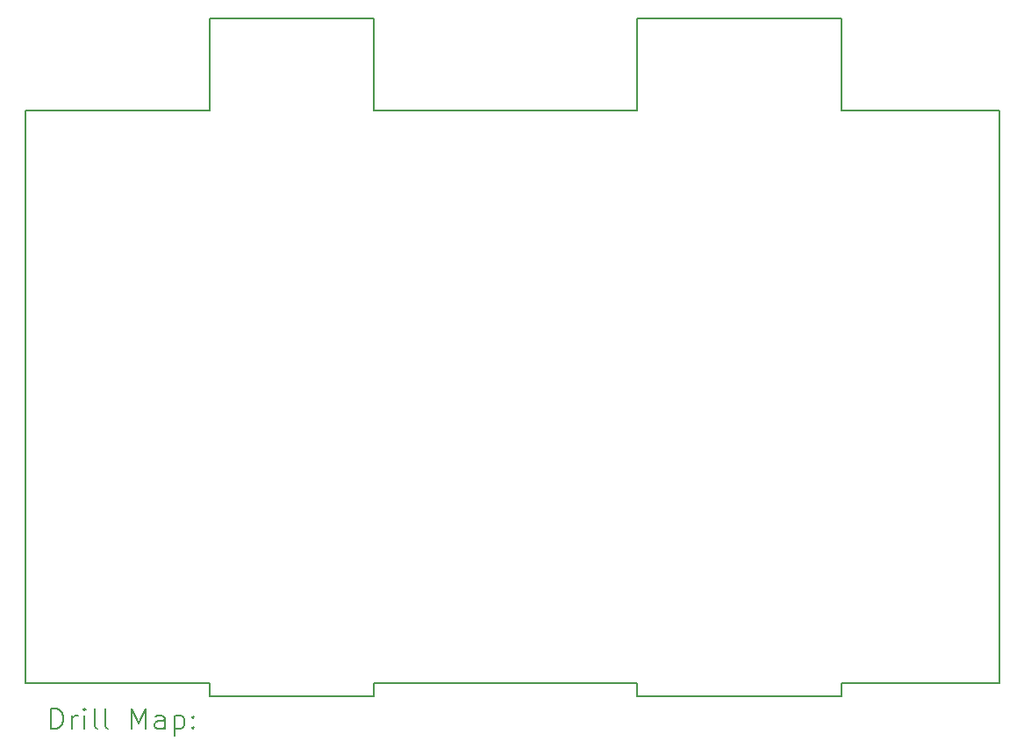
<source format=gbr>
%FSLAX45Y45*%
G04 Gerber Fmt 4.5, Leading zero omitted, Abs format (unit mm)*
G04 Created by KiCad (PCBNEW 6.0.4+dfsg-1+b1) date 2022-04-23 23:39:42*
%MOMM*%
%LPD*%
G01*
G04 APERTURE LIST*
%TA.AperFunction,Profile*%
%ADD10C,0.150000*%
%TD*%
%ADD11C,0.200000*%
G04 APERTURE END LIST*
D10*
X9207500Y-2413000D02*
X11176000Y-2413000D01*
X12700000Y-8826500D02*
X11176000Y-8826500D01*
X11176000Y-8953500D02*
X9207500Y-8953500D01*
X5080000Y-8826500D02*
X3302000Y-8826500D01*
X9207500Y-8826500D02*
X6667500Y-8826500D01*
X6667500Y-8826500D02*
X6667500Y-8953500D01*
X5080000Y-3302000D02*
X5080000Y-2413000D01*
X3302000Y-8826500D02*
X3302000Y-3302000D01*
X3302000Y-3302000D02*
X5080000Y-3302000D01*
X11176000Y-2413000D02*
X11176000Y-3302000D01*
X6667500Y-2413000D02*
X6667500Y-3302000D01*
X9207500Y-3302000D02*
X9207500Y-2413000D01*
X12700000Y-3302000D02*
X12700000Y-8826500D01*
X9207500Y-8953500D02*
X9207500Y-8826500D01*
X5080000Y-8953500D02*
X5080000Y-8826500D01*
X5080000Y-2413000D02*
X6667500Y-2413000D01*
X11176000Y-3302000D02*
X12700000Y-3302000D01*
X6667500Y-3302000D02*
X9207500Y-3302000D01*
X6667500Y-8953500D02*
X5080000Y-8953500D01*
X11176000Y-8826500D02*
X11176000Y-8953500D01*
D11*
X3552119Y-9271476D02*
X3552119Y-9071476D01*
X3599738Y-9071476D01*
X3628309Y-9081000D01*
X3647357Y-9100048D01*
X3656881Y-9119095D01*
X3666405Y-9157190D01*
X3666405Y-9185762D01*
X3656881Y-9223857D01*
X3647357Y-9242905D01*
X3628309Y-9261952D01*
X3599738Y-9271476D01*
X3552119Y-9271476D01*
X3752119Y-9271476D02*
X3752119Y-9138143D01*
X3752119Y-9176238D02*
X3761643Y-9157190D01*
X3771167Y-9147667D01*
X3790214Y-9138143D01*
X3809262Y-9138143D01*
X3875928Y-9271476D02*
X3875928Y-9138143D01*
X3875928Y-9071476D02*
X3866405Y-9081000D01*
X3875928Y-9090524D01*
X3885452Y-9081000D01*
X3875928Y-9071476D01*
X3875928Y-9090524D01*
X3999738Y-9271476D02*
X3980690Y-9261952D01*
X3971167Y-9242905D01*
X3971167Y-9071476D01*
X4104500Y-9271476D02*
X4085452Y-9261952D01*
X4075928Y-9242905D01*
X4075928Y-9071476D01*
X4333071Y-9271476D02*
X4333071Y-9071476D01*
X4399738Y-9214333D01*
X4466405Y-9071476D01*
X4466405Y-9271476D01*
X4647357Y-9271476D02*
X4647357Y-9166714D01*
X4637833Y-9147667D01*
X4618786Y-9138143D01*
X4580690Y-9138143D01*
X4561643Y-9147667D01*
X4647357Y-9261952D02*
X4628310Y-9271476D01*
X4580690Y-9271476D01*
X4561643Y-9261952D01*
X4552119Y-9242905D01*
X4552119Y-9223857D01*
X4561643Y-9204810D01*
X4580690Y-9195286D01*
X4628310Y-9195286D01*
X4647357Y-9185762D01*
X4742595Y-9138143D02*
X4742595Y-9338143D01*
X4742595Y-9147667D02*
X4761643Y-9138143D01*
X4799738Y-9138143D01*
X4818786Y-9147667D01*
X4828310Y-9157190D01*
X4837833Y-9176238D01*
X4837833Y-9233381D01*
X4828310Y-9252429D01*
X4818786Y-9261952D01*
X4799738Y-9271476D01*
X4761643Y-9271476D01*
X4742595Y-9261952D01*
X4923548Y-9252429D02*
X4933071Y-9261952D01*
X4923548Y-9271476D01*
X4914024Y-9261952D01*
X4923548Y-9252429D01*
X4923548Y-9271476D01*
X4923548Y-9147667D02*
X4933071Y-9157190D01*
X4923548Y-9166714D01*
X4914024Y-9157190D01*
X4923548Y-9147667D01*
X4923548Y-9166714D01*
M02*

</source>
